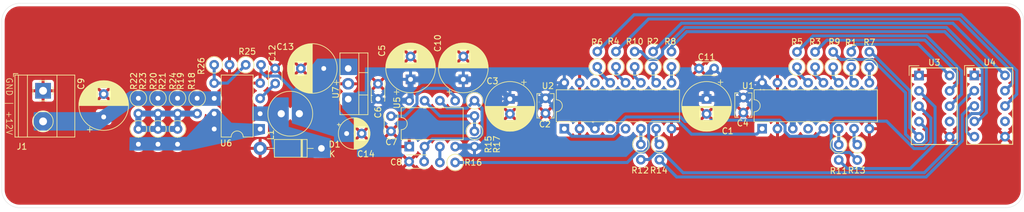
<source format=kicad_pcb>
(kicad_pcb (version 20240108) (generator "pcbnew") (generator_version "8.0")
  (layers (0 "F.Cu" signal) (31 "B.Cu" signal) (34 "B.Paste" user) (35 "F.Paste" user) (36 "B.SilkS" user "B.Silkscreen") (37 "F.SilkS" user "F.Silkscreen") (38 "B.Mask" user) (39 "F.Mask" user) (44 "Edge.Cuts" user))
  (net 0 "")
  (net 1 "GND")
  (net 2 "+5V")
  (net 3 "Net-(U5-CV)")
  (net 4 "Net-(U5-THR)")
  (net 5 "+12V")
  (net 6 "Net-(U6-TC)")
  (net 7 "10V")
  (net 8 "Net-(D1-K)")
  (net 9 "Net-(U1-a)")
  (net 10 "Net-(U3-A)")
  (net 11 "Net-(U4-A)")
  (net 12 "Net-(U2-a)")
  (net 13 "Net-(U3-B)")
  (net 14 "Net-(U1-b)")
  (net 15 "Net-(U4-B)")
  (net 16 "Net-(U2-b)")
  (net 17 "Net-(U3-C)")
  (net 18 "Net-(U1-c)")
  (net 19 "Net-(U4-C)")
  (net 20 "Net-(U2-c)")
  (net 21 "Net-(U3-D)")
  (net 22 "Net-(U1-d)")
  (net 23 "Net-(U2-d)")
  (net 24 "Net-(U4-D)")
  (net 25 "Net-(U3-E)")
  (net 26 "Net-(U1-e)")
  (net 27 "Net-(U2-e)")
  (net 28 "Net-(U4-E)")
  (net 29 "Net-(U3-F)")
  (net 30 "Net-(U1-f)")
  (net 31 "Net-(U4-F)")
  (net 32 "Net-(U2-f)")
  (net 33 "Net-(U1-g)")
  (net 34 "Net-(U3-G)")
  (net 35 "Net-(U2-g)")
  (net 36 "Net-(U4-G)")
  (net 37 "Net-(U5-DIS)")
  (net 38 "Net-(U5-Q)")
  (net 39 "Gen")
  (net 40 "Net-(R18-Pad2)")
  (net 41 "Net-(U6-DC)")
  (net 42 "Net-(U6-Vfb)")
  (net 45 "Net-(U1-CARRY_OUT)")
  (footprint "Package_TO_SOT_THT:TO-220-3_Vertical" (layer "F.Cu") (at 105.055 71.21 -90)
    (property "Reference" "U7")
    (property "Value" "LM7805_TO220")
  )
  (footprint "Resistor_THT:R_Axial_DIN0207_L6.3mm_D2.5mm_P2.54mm_Vertical" (layer "F.Cu") (at 126 81.63 -90)
    (property "Reference" "R15")
    (property "Value" "100K")
  )
  (footprint "Capacitor_THT:C_Disc_D3.8mm_W2.6mm_P2.50mm" (layer "F.Cu") (at 170.6 76.03 -90)
    (property "Reference" "C4")
    (property "Value" "0.1uF")
  )
  (footprint "Capacitor_THT:CP_Radial_D8.0mm_P3.80mm" (layer "F.Cu") (at 101 71.21 180)
    (property "Reference" "C13")
    (property "Value" "100uF")
  )
  (footprint "Resistor_THT:R_Axial_DIN0207_L6.3mm_D2.5mm_P2.54mm_Vertical" (layer "F.Cu") (at 185.5 71 90)
    (property "Reference" "R9")
    (property "Value" "330R")
  )
  (footprint "Capacitor_THT:C_Disc_D3.0mm_W2.0mm_P2.50mm" (layer "F.Cu") (at 117.655 86.65 180)
    (property "Reference" "C8")
    (property "Value" "0.1uF")
  )
  (footprint "Capacitor_THT:C_Disc_D3.0mm_W2.0mm_P2.50mm" (layer "F.Cu") (at 112.155 79.12 -90)
    (property "Reference" "C7")
    (property "Value" "0.1uF")
  )
  (footprint "Capacitor_THT:C_Disc_D3.0mm_W2.0mm_P2.50mm" (layer "F.Cu") (at 110 76.25 90)
    (property "Reference" "C6")
    (property "Value" "0.1uF")
  )
  (footprint "Resistor_THT:R_Axial_DIN0207_L6.3mm_D2.5mm_P2.54mm_Vertical" (layer "F.Cu") (at 155.64 70.945 90)
    (property "Reference" "R2")
    (property "Value" "330R")
  )
  (footprint "Resistor_THT:R_Axial_DIN0207_L6.3mm_D2.5mm_P2.54mm_Vertical" (layer "F.Cu") (at 191.5 71 90)
    (property "Reference" "R7")
    (property "Value" "330R")
  )
  (footprint "Package_DIP:DIP-8_W7.62mm" (layer "F.Cu") (at 90.45 81.25 180)
    (property "Reference" "U6")
    (property "Value" "MC34063AP")
  )
  (footprint "Capacitor_THT:CP_Radial_D8.0mm_P3.80mm" (layer "F.Cu") (at 64.5 79.252651 90)
    (property "Reference" "C9")
    (property "Value" "100uF")
  )
  (footprint "Capacitor_THT:C_Disc_D3.0mm_W2.0mm_P2.50mm" (layer "F.Cu") (at 165.75 71.21 180)
    (property "Reference" "C11")
    (property "Value" "0.1uF")
  )
  (footprint "HW13-LIB:3161AS" (layer "F.Cu") (at 199.7325 72.3825)
    (property "Reference" "U3")
    (property "Value" "3161AS")
  )
  (footprint "Resistor_THT:R_Axial_DIN0207_L6.3mm_D2.5mm_P2.54mm_Vertical" (layer "F.Cu") (at 179.5 71 90)
    (property "Reference" "R5")
    (property "Value" "330R")
  )
  (footprint "Capacitor_THT:CP_Radial_D8.0mm_P3.80mm" (layer "F.Cu") (at 115.4 73.012651 90)
    (property "Reference" "C5")
    (property "Value" "100uF")
  )
  (footprint "Capacitor_THT:C_Disc_D3.8mm_W2.6mm_P2.50mm" (layer "F.Cu") (at 137.78 76.15 -90)
    (property "Reference" "C2")
    (property "Value" "0.1uF")
  )
  (footprint "Resistor_THT:R_Axial_DIN0207_L6.3mm_D2.5mm_P2.54mm_Vertical" (layer "F.Cu") (at 152.575 70.945 90)
    (property "Reference" "R10")
    (property "Value" "330R")
  )
  (footprint "Resistor_THT:R_Axial_DIN0207_L6.3mm_D2.5mm_P2.54mm_Vertical" (layer "F.Cu") (at 80 76.155 -90)
    (property "Reference" "R18")
    (property "Value" "1R")
  )
  (footprint "Capacitor_THT:CP_Radial_D5.0mm_P2.50mm" (layer "F.Cu") (at 104.794888 82)
    (property "Reference" "C14")
    (property "Value" "0.47uF")
  )
  (footprint "Resistor_THT:R_Axial_DIN0207_L6.3mm_D2.5mm_P2.54mm_Vertical" (layer "F.Cu") (at 88.055 70.6)
    (property "Reference" "R25")
    (property "Value" "910k")
  )
  (footprint "Resistor_THT:R_Axial_DIN0207_L6.3mm_D2.5mm_P2.54mm_Vertical" (layer "F.Cu") (at 70.25 76.155 -90)
    (property "Reference" "R23")
    (property "Value" "1R")
  )
  (footprint "Resistor_THT:R_Axial_DIN0207_L6.3mm_D2.5mm_P2.54mm_Vertical" (layer "F.Cu") (at 182.5 71 90)
    (property "Reference" "R3")
    (property "Value" "330R")
  )
  (footprint "Resistor_THT:R_Axial_DIN0207_L6.3mm_D2.5mm_P2.54mm_Vertical" (layer "F.Cu") (at 82.83 70.6)
    (property "Reference" "R26")
    (property "Value" "133k")
  )
  (footprint "TerminalBlock_Phoenix:TerminalBlock_Phoenix_MKDS-1,5-2-5.08_1x02_P5.08mm_Horizontal" (layer "F.Cu") (at 54.445 74.905 -90)
    (property "Reference" "J1")
    (property "Value" "Vin")
  )
  (footprint "Resistor_THT:R_Axial_DIN0207_L6.3mm_D2.5mm_P2.54mm_Vertical" (layer "F.Cu") (at 156.675 83.8 -90)
    (property "Reference" "R14")
    (property "Value" "330R")
  )
  (footprint "Resistor_THT:R_Axial_DIN0207_L6.3mm_D2.5mm_P2.54mm_Vertical" (layer "F.Cu") (at 73.5 76.155 -90)
    (property "Reference" "R21")
    (property "Value" "1R")
  )
  (footprint "Capacitor_THT:C_Disc_D3.0mm_W2.0mm_P2.50mm" (layer "F.Cu") (at 92.95 73.71 90)
    (property "Reference" "C12")
    (property "Value" "3.3nF")
  )
  (footprint "Resistor_THT:R_Axial_DIN0207_L6.3mm_D2.5mm_P2.54mm_Vertical" (layer "F.Cu") (at 76.75 81.235 -90)
    (property "Reference" "R24")
    (property "Value" "1R")
  )
  (footprint "Resistor_THT:R_Axial_DIN0207_L6.3mm_D2.5mm_P2.54mm_Vertical" (layer "F.Cu") (at 153.6 83.8 -90)
    (property "Reference" "R12")
    (property "Value" "330R")
  )
  (footprint "Package_DIP:DIP-16_W7.62mm" (layer "F.Cu") (at 140.9 81.2 90)
    (property "Reference" "U2")
    (property "Value" "CD4026B")
  )
  (footprint "Inductor_THT:L_Radial_D7.2mm_P3.00mm_Murata_1700" (layer "F.Cu") (at 93.95 78.71)
    (property "Reference" "L1")
    (property "Value" "660uH")
  )
  (footprint "Package_DIP:DIP-16_W7.62mm" (layer "F.Cu") (at 173.72 81.2 90)
    (property "Reference" "U1")
    (property "Value" "CD4026B")
  )
  (footprint "Resistor_THT:R_Axial_DIN0207_L6.3mm_D2.5mm_P2.54mm_Vertical" (layer "F.Cu") (at 189.5 83.85 -90)
    (property "Reference" "R13")
    (property "Value" "330R")
  )
  (footprint "Capacitor_THT:CP_Radial_D8.0mm_P2.50mm" (layer "F.Cu") (at 164.5 76.247349 -90)
    (property "Reference" "C1")
    (property "Value" "10uF")
  )
  (footprint "Resistor_THT:R_Axial_DIN0207_L6.3mm_D2.5mm_P2.54mm_Vertical" (layer "F.Cu") (at 70.25 81.235 -90)
    (property "Reference" "R22")
    (property "Value" "1R")
  )
  (footprint "Resistor_THT:R_Axial_DIN0207_L6.3mm_D2.5mm_P2.54mm_Vertical" (layer "F.Cu") (at 146.375 70.945 90)
    (property "Reference" "R6")
    (property "Value" "330R")
  )
  (footprint "Resistor_THT:R_Axial_DIN0207_L6.3mm_D2.5mm_P2.54mm_Vertical" (layer "F.Cu") (at 158.675 70.945 90)
    (property "Reference" "R8")
    (property "Value" "330R")
  )
  (footprint "Resistor_THT:R_Axial_DIN0207_L6.3mm_D2.5mm_P2.54mm_Vertical" (layer "F.Cu") (at 126.005 76.55 -90)
    (property "Reference" "R17")
    (property "Value" "1M")
  )
  (footprint "Resistor_THT:R_Axial_DIN0207_L6.3mm_D2.5mm_P2.54mm_Vertical" (layer "F.Cu") (at 76.75 76.155 -90)
    (property "Reference" "R19")
    (property "Value" "1R")
  )
  (footprint "Resistor_THT:R_Axial_DIN0207_L6.3mm_D2.5mm_P2.54mm_Vertical" (layer "F.Cu") (at 149.475 70.945 90)
    (property "Reference" "R4")
    (property "Value" "330R")
  )
  (footprint "Capacitor_THT:CP_Radial_D8.0mm_P3.80mm" (layer "F.Cu") (at 124.15 73.012651 90)
    (property "Reference" "C10")
    (property "Value" "220uF")
  )
  (footprint "Resistor_THT:R_Axial_DIN0207_L6.3mm_D2.5mm_P2.54mm_Vertical" (layer "F.Cu") (at 188.5 71 90)
    (property "Reference" "R1")
    (property "Value" "330R")
  )
  (footprint "Diode_THT:D_DO-41_SOD81_P10.16mm_Horizontal" (layer "F.Cu") (at 100.61 84.46 180)
    (property "Reference" "D1")
    (property "Value" "1N5819")
  )
  (footprint "Resistor_THT:R_Axial_DIN0207_L6.3mm_D2.5mm_P2.54mm_Vertical" (layer "F.Cu") (at 73.5 81.235 -90)
    (property "Reference" "R20")
    (property "Value" "1R")
  )
  (footprint "Capacitor_THT:CP_Radial_D8.0mm_P2.50mm" (layer "F.Cu") (at 131.88 76.247349 -90)
    (property "Reference" "C3")
    (property "Value" "10uF")
  )
  (footprint "Resistor_THT:R_Axial_DIN0207_L6.3mm_D2.5mm_P2.54mm_Vertical" (layer "F.Cu") (at 122.8 86.8 180)
    (property "Reference" "R16")
    (property "Value" "1k")
  )
  (footprint "Package_DIP:DIP-8_W7.62mm" (layer "F.Cu") (at 115.18 84.17 90)
    (property "Reference" "U5")
    (property "Value" "NE555P")
  )
  (footprint "HW13-LIB:3161AS" (layer "F.Cu") (at 208.92 72.36)
    (property "Reference" "U4")
    (property "Value" "3161AS")
  )
  (footprint "Resistor_THT:R_Axial_DIN0207_L6.3mm_D2.5mm_P2.54mm_Vertical" (layer "F.Cu") (at 186.42 83.85 -90)
    (property "Reference" "R11")
    (property "Value" "330R")
  )
  (gr_line (start 50.575 60.4) (end 214.125 60.4) (stroke (width 0.05)) (layer "Edge.Cuts"))
  (gr_line (start 217.125 63.4) (end 217.125 91.3) (stroke (width 0.05)) (layer "Edge.Cuts"))
  (gr_arc (start 47.575 63.4) (mid 48.45368 61.27868) (end 50.575 60.4) (stroke (width 0.05)) (layer "Edge.Cuts"))
  (gr_line (start 214.125 94.3) (end 50.575 94.3) (stroke (width 0.05)) (layer "Edge.Cuts"))
  (gr_arc (start 214.125 60.4) (mid 216.24632 61.27868) (end 217.125 63.4) (stroke (width 0.05)) (layer "Edge.Cuts"))
  (gr_arc (start 217.125 91.3) (mid 216.24632 93.42132) (end 214.125 94.3) (stroke (width 0.05)) (layer "Edge.Cuts"))
  (gr_arc (start 50.575 94.3) (mid 48.45368 93.42132) (end 47.575 91.3) (stroke (width 0.05)) (layer "Edge.Cuts"))
  (gr_line (start 47.575 91.3) (end 47.575 63.4) (stroke (width 0.05)) (layer "Edge.Cuts"))
  (gr_text "GND | +12V" (at 48.25 72.638095 -90) (layer "F.SilkS") (effects (font (size 1 1) (thickness 0.1)) (justify left bottom)))
  (segment (start 164.5 76.247349) (end 164.5 72.46) (width 1) (layer "B.Cu") (net 2))
  (segment (start 130.38 77.747349) (end 131.88 76.247349) (width 1) (layer "B.Cu") (net 2))
  (segment (start 140.9 73.58) (end 140.9 76.2) (width 1) (layer "B.Cu") (net 2))
  (segment (start 124.15 73.012651) (end 128.645302 73.012651) (width 1) (layer "B.Cu") (net 2))
  (segment (start 173.72 73.62) (end 178.8 78.7) (width 1) (layer "B.Cu") (net 2))
  (segment (start 105.095 76.25) (end 105.055 76.29) (width 1) (layer "B.Cu") (net 2))
  (segment (start 170.382651 76.247349) (end 170.6 76.03) (width 1) (layer "B.Cu") (net 2))
  (segment (start 115.4 76.33) (end 115.18 76.55) (width 1) (layer "B.Cu") (net 2))
  (segment (start 145.98 80.92) (end 150.652651 76.247349) (width 1) (layer "B.Cu") (net 2))
  (segment (start 173.72 73.58) (end 173.72 73.62) (width 1) (layer "B.Cu") (net 2))
  (segment (start 115.4 73.012651) (end 115.4 76.33) (width 1) (layer "B.Cu") (net 2))
  (segment (start 164.5 72.46) (end 165.75 71.21) (width 1) (layer "B.Cu") (net 2))
  (segment (start 138.33 76.15) (end 140.9 73.58) (width 1) (layer "B.Cu") (net 2))
  (segment (start 140.9 76.2) (end 145.9 81.2) (width 1) (layer "B.Cu") (net 2))
  (segment (start 115.18 76.55) (end 110.3 76.55) (width 1) (layer "B.Cu") (net 2))
  (segment (start 126 84.17) (end 127.13137 84.17) (width 1) (layer "B.Cu") (net 2))
  (segment (start 137.78 76.15) (end 138.33 76.15) (width 1) (layer "B.Cu") (net 2))
  (segment (start 145.9 81.2) (end 145.98 81.2) (width 1) (layer "B.Cu") (net 2))
  (segment (start 130.38 80.92137) (end 130.38 77.747349) (width 1) (layer "B.Cu") (net 2))
  (segment (start 131.88 76.247349) (end 137.682651 76.247349) (width 1) (layer "B.Cu") (net 2))
  (segment (start 137.682651 76.247349) (end 137.78 76.15) (width 1) (layer "B.Cu") (net 2))
  (segment (start 171.27 76.03) (end 173.72 73.58) (width 1) (layer "B.Cu") (net 2))
  (segment (start 127.13137 84.17) (end 130.38 80.92137) (width 1) (layer "B.Cu") (net 2))
  (segment (start 178.8 78.7) (end 178.8 81.2) (width 1) (layer "B.Cu") (net 2))
  (segment (start 124.15 73.012651) (end 115.4 73.012651) (width 1) (layer "B.Cu") (net 2))
  (segment (start 150.652651 76.247349) (end 164.5 76.247349) (width 1) (layer "B.Cu") (net 2))
  (segment (start 145.98 81.2) (end 145.98 80.92) (width 1) (layer "B.Cu") (net 2))
  (segment (start 110 76.25) (end 105.095 76.25) (width 1) (layer "B.Cu") (net 2))
  (segment (start 128.645302 73.012651) (end 131.88 76.247349) (width 1) (layer "B.Cu") (net 2))
  (segment (start 110.3 76.55) (end 110 76.25) (width 1) (layer "B.Cu") (net 2))
  (segment (start 164.5 76.247349) (end 170.382651 76.247349) (width 1) (layer "B.Cu") (net 2))
  (segment (start 122.8 84.17) (end 126 84.17) (width 1) (layer "B.Cu") (net 2))
  (segment (start 170.6 76.03) (end 171.27 76.03) (width 1) (layer "B.Cu") (net 2))
  (segment (start 117.5 74.5) (end 121.4 74.5) (width 0.5) (layer "B.Cu") (net 3))
  (segment (start 114.417767 79.12) (end 116.47 77.067767) (width 0.5) (layer "B.Cu") (net 3))
  (segment (start 116.47 75.53) (end 117.5 74.5) (width 0.5) (layer "B.Cu") (net 3))
  (segment (start 121.4 74.5) (end 122.8 75.9) (width 0.5) (layer "B.Cu") (net 3))
  (segment (start 122.8 75.9) (end 122.8 76.55) (width 0.5) (layer "B.Cu") (net 3))
  (segment (start 112.155 79.12) (end 114.417767 79.12) (width 0.5) (layer "B.Cu") (net 3))
  (segment (start 116.47 77.067767) (end 116.47 75.53) (width 0.5) (layer "B.Cu") (net 3))
  (segment (start 126.52 82.88) (end 127.255 82.145) (width 0.5) (layer "B.Cu") (net 4))
  (segment (start 119.01 82.88) (end 126.52 82.88) (width 0.5) (layer "B.Cu") (net 4))
  (segment (start 117.655 86.65) (end 117.655 84.235) (width 0.5) (layer "B.Cu") (net 4))
  (segment (start 126.005 76.55) (end 124.755 77.8) (width 0.5) (layer "B.Cu") (net 4))
  (segment (start 117.655 84.235) (end 117.72 84.17) (width 0.5) (layer "B.Cu") (net 4))
  (segment (start 117.72 84.17) (end 119.01 82.88) (width 0.5) (layer "B.Cu") (net 4))
  (segment (start 124.755 77.8) (end 121.51 77.8) (width 0.5) (layer "B.Cu") (net 4))
  (segment (start 127.255 77.8) (end 126.005 76.55) (width 0.5) (layer "B.Cu") (net 4))
  (segment (start 127.255 82.145) (end 127.255 77.8) (width 0.5) (layer "B.Cu") (net 4))
  (segment (start 121.51 77.8) (end 120.26 76.55) (width 0.5) (layer "B.Cu") (net 4))
  (segment (start 70.25 76.155) (end 80 76.155) (width 1) (layer "B.Cu") (net 5))
  (segment (start 65.547349 79.252651) (end 68.645 76.155) (width 1) (layer "B.Cu") (net 5))
  (segment (start 82.815 76.155) (end 82.83 76.17) (width 1) (layer "B.Cu") (net 5))
  (segment (start 64.5 79.252651) (end 64.047349 79.252651) (width 1) (layer "B.Cu") (net 5))
  (segment (start 64.5 79.252651) (end 65.547349 79.252651) (width 1) (layer "B.Cu") (net 5))
  (segment (start 68.645 76.155) (end 70.25 76.155) (width 1) (layer "B.Cu") (net 5))
  (segment (start 80 76.155) (end 82.815 76.155) (width 1) (layer "B.Cu") (net 5))
  (segment (start 64.047349 79.252651) (end 63.315 79.985) (width 1) (layer "B.Cu") (net 5))
  (segment (start 63.315 79.985) (end 54.445 79.985) (width 1) (layer "B.Cu") (net 5))
  (segment (start 90.45 76.17) (end 90.49 76.17) (width 0.5) (layer "B.Cu") (net 6))
  (segment (start 90.49 76.17) (end 92.95 73.71) (width 0.5) (layer "B.Cu") (net 6))
  (segment (start 91.32363 72.46) (end 93.56 72.46) (width 0.5) (layer "B.Cu") (net 7))
  (segment (start 104.794888 81.009888) (end 104.794888 82) (width 1) (layer "B.Cu") (net 7))
  (segment (start 105.055 71.21) (end 101 71.21) (width 1) (layer "B.Cu") (net 7))
  (segment (start 96.95 75.85) (end 96.95 78.71) (width 0.5) (layer "B.Cu") (net 7))
  (segment (start 98.445 77.215) (end 96.95 78.71) (width 1) (layer "B.Cu") (net 7))
  (segment (start 93.56 72.46) (end 96.95 75.85) (width 0.5) (layer "B.Cu") (net 7))
  (segment (start 101 77.215) (end 104.794888 81.009888) (width 1) (layer "B.Cu") (net 7))
  (segment (start 101 71.21) (end 101 77.215) (width 1) (layer "B.Cu") (net 7))
  (segment (start 101 77.215) (end 98.445 77.215) (width 1) (layer "B.Cu") (net 7))
  (segment (start 90.595 71.73137) (end 91.32363 72.46) (width 0.5) (layer "B.Cu") (net 7))
  (segment (start 90.595 70.6) (end 90.595 71.73137) (width 0.5) (layer "B.Cu") (net 7))
  (segment (start 93.95 78.71) (end 90.45 78.71) (width 1) (layer "B.Cu") (net 8))
  (segment (start 96.9 84.5) (end 96.94 84.46) (width 1) (layer "B.Cu") (net 8))
  (segment (start 93.95 78.71) (end 93.95 81.55) (width 1) (layer "B.Cu") (net 8))
  (segment (start 96.94 84.46) (end 100.61 84.46) (width 1) (layer "B.Cu") (net 8))
  (segment (start 93.95 81.55) (end 96.9 84.5) (width 1) (layer "B.Cu") (net 8))
  (segment (start 188.5 71) (end 188.5 73.12) (width 0.5) (layer "B.Cu") (net 9))
  (segment (start 188.5 73.12) (end 188.96 73.58) (width 0.5) (layer "B.Cu") (net 9))
  (segment (start 199.63 67.2) (end 204.8125 72.3825) (width 0.5) (layer "B.Cu") (net 10))
  (segment (start 189.3 67.2) (end 199.63 67.2) (width 0.5) (layer "B.Cu") (net 10))
  (segment (start 188.5 68) (end 189.3 67.2) (width 0.5) (layer "B.Cu") (net 10))
  (segment (start 188.5 68.46) (end 188.5 68) (width 0.5) (layer "B.Cu") (net 10))
  (segment (start 205.34 63.7) (end 160.345 63.7) (width 0.5) (layer "B.Cu") (net 11))
  (segment (start 214 72.36) (end 205.34 63.7) (width 0.5) (layer "B.Cu") (net 11))
  (segment (start 160.345 63.7) (end 155.64 68.405) (width 0.5) (layer "B.Cu") (net 11))
  (segment (start 155.64 70.945) (end 155.64 73.08) (width 0.5) (layer "B.Cu") (net 12))
  (segment (start 155.64 73.08) (end 156.14 73.58) (width 0.5) (layer "B.Cu") (net 12))
  (segment (start 184.46 66.5) (end 200.697767 66.5) (width 0.5) (layer "B.Cu") (net 13))
  (segment (start 200.697767 66.5) (end 206.1 71.902233) (width 0.5) (layer "B.Cu") (net 13))
  (segment (start 182.5 68.46) (end 184.46 66.5) (width 0.5) (layer "B.Cu") (net 13))
  (segment (start 206.1 73.635) (end 204.8125 74.9225) (width 0.5) (layer "B.Cu") (net 13))
  (segment (start 206.1 71.902233) (end 206.1 73.635) (width 0.5) (layer "B.Cu") (net 13))
  (segment (start 182.5 72.2) (end 183.88 73.58) (width 0.5) (layer "B.Cu") (net 14))
  (segment (start 182.5 71) (end 182.5 72.2) (width 0.5) (layer "B.Cu") (net 14))
  (segment (start 215.25 73.65) (end 215.25 71.842233) (width 0.5) (layer "B.Cu") (net 15))
  (segment (start 154.88 63) (end 149.475 68.405) (width 0.5) (layer "B.Cu") (net 15))
  (segment (start 214 74.9) (end 215.25 73.65) (width 0.5) (layer "B.Cu") (net 15))
  (segment (start 206.407767 63) (end 154.88 63) (width 0.5) (layer "B.Cu") (net 15))
  (segment (start 215.25 71.842233) (end 206.407767 63) (width 0.5) (layer "B.Cu") (net 15))
  (segment (start 149.475 71.995) (end 151.06 73.58) (width 0.5) (layer "B.Cu") (net 16))
  (segment (start 149.475 70.945) (end 149.475 71.995) (width 0.5) (layer "B.Cu") (net 16))
  (segment (start 206.8 75.475) (end 204.8125 77.4625) (width 0.5) (layer "B.Cu") (net 17))
  (segment (start 182.16 65.8) (end 200.987717 65.8) (width 0.5) (layer "B.Cu") (net 17))
  (segment (start 206.8 71.612283) (end 206.8 75.475) (width 0.5) (layer "B.Cu") (net 17))
  (segment (start 200.987717 65.8) (end 206.8 71.612283) (width 0.5) (layer "B.Cu") (net 17))
  (segment (start 179.5 68.46) (end 182.16 65.8) (width 0.5) (layer "B.Cu") (net 17))
  (segment (start 179.5 71) (end 179.5 71.74) (width 0.5) (layer "B.Cu") (net 18))
  (segment (start 179.5 71.74) (end 181.34 73.58) (width 0.5) (layer "B.Cu") (net 18))
  (segment (start 215.95 75.49) (end 215.95 71.55) (width 0.5) (layer "B.Cu") (net 19))
  (segment (start 215.95 71.55) (end 206.7 62.3) (width 0.5) (layer "B.Cu") (net 19))
  (segment (start 214 77.44) (end 215.95 75.49) (width 0.5) (layer "B.Cu") (net 19))
  (segment (start 206.7 62.3) (end 152.48 62.3) (width 0.5) (layer "B.Cu") (net 19))
  (segment (start 152.48 62.3) (end 146.375 68.405) (width 0.5) (layer "B.Cu") (net 19))
  (segment (start 146.375 71.435) (end 148.52 73.58) (width 0.5) (layer "B.Cu") (net 20))
  (segment (start 146.375 70.945) (end 146.375 71.435) (width 0.5) (layer "B.Cu") (net 20))
  (segment (start 198.2 81.01) (end 199.7325 82.5425) (width 0.5) (layer "B.Cu") (net 21))
  (segment (start 191.76 68.46) (end 198.2 74.9) (width 0.5) (layer "B.Cu") (net 21))
  (segment (start 198.2 74.9) (end 198.2 81.01) (width 0.5) (layer "B.Cu") (net 21))
  (segment (start 191.5 68.46) (end 191.76 68.46) (width 0.5) (layer "B.Cu") (net 21))
  (segment (start 191.5 71) (end 191.5 73.58) (width 0.5) (layer "B.Cu") (net 22))
  (segment (start 158.675 70.945) (end 158.675 73.575) (width 0.5) (layer "B.Cu") (net 23))
  (segment (start 158.675 73.575) (end 158.68 73.58) (width 0.5) (layer "B.Cu") (net 23))
  (segment (start 207.6 81.7) (end 207.6 79.532233) (width 0.5) (layer "B.Cu") (net 24))
  (segment (start 209.2325 82.52) (end 208.42 82.52) (width 0.5) (layer "B.Cu") (net 24))
  (segment (start 158.675 67.627183) (end 158.675 68.405) (width 0.5) (layer "B.Cu") (net 24))
  (segment (start 208.42 82.52) (end 207.6 81.7) (width 0.5) (layer "B.Cu") (net 24))
  (segment (start 210.2 78.240267) (end 210.2 71.3) (width 0.5) (layer "B.Cu") (net 24))
  (segment (start 208.442233 78.69) (end 209.750267 78.69) (width 0.5) (layer "B.Cu") (net 24))
  (segment (start 204 65.1) (end 161.202183 65.1) (width 0.5) (layer "B.Cu") (net 24))
  (segment (start 210.2 71.3) (end 204 65.1) (width 0.5) (layer "B.Cu") (net 24))
  (segment (start 209.750267 78.69) (end 210.2 78.240267) (width 0.5) (layer "B.Cu") (net 24))
  (segment (start 207.6 79.532233) (end 208.442233 78.69) (width 0.5) (layer "B.Cu") (net 24))
  (segment (start 161.202183 65.1) (end 158.675 67.627183) (width 0.5) (layer "B.Cu") (net 24))
  (segment (start 191.977767 69.71) (end 186.75 69.71) (width 0.5) (layer "B.Cu") (net 25))
  (segment (start 200.9825 83.1175) (end 200.3075 83.7925) (width 0.5) (layer "B.Cu") (net 25))
  (segment (start 200.3075 83.7925) (end 199.1925 83.7925) (width 0.5) (layer "B.Cu") (net 25))
  (segment (start 199.1925 83.7925) (end 197.5 82.1) (width 0.5) (layer "B.Cu") (net 25))
  (segment (start 199.7325 80.0025) (end 200.9825 81.2525) (width 0.5) (layer "B.Cu") (net 25))
  (segment (start 200.9825 81.2525) (end 200.9825 83.1175) (width 0.5) (layer "B.Cu") (net 25))
  (segment (start 186.75 69.71) (end 185.5 68.46) (width 0.5) (layer "B.Cu") (net 25))
  (segment (start 197.5 75.232233) (end 191.977767 69.71) (width 0.5) (layer "B.Cu") (net 25))
  (segment (start 197.5 82.1) (end 197.5 75.232233) (width 0.5) (layer "B.Cu") (net 25))
  (segment (start 185.5 71) (end 185.5 72.66) (width 0.5) (layer "B.Cu") (net 26))
  (segment (start 185.5 72.66) (end 186.42 73.58) (width 0.5) (layer "B.Cu") (net 26))
  (segment (start 152.575 72.555) (end 153.6 73.58) (width 0.5) (layer "B.Cu") (net 27))
  (segment (start 152.575 70.945) (end 152.575 72.555) (width 0.5) (layer "B.Cu") (net 27))
  (segment (start 160.912233 64.4) (end 157.2 68.112233) (width 0.5) (layer "B.Cu") (net 28))
  (segment (start 208.92 79.98) (end 209.450217 79.98) (width 0.5) (layer "B.Cu") (net 28))
  (segment (start 157.2 68.112233) (end 157.2 68.8) (width 0.5) (layer "B.Cu") (net 28))
  (segment (start 204.28995 64.4) (end 160.912233 64.4) (width 0.5) (layer "B.Cu") (net 28))
  (segment (start 210.9 71.01005) (end 204.28995 64.4) (width 0.5) (layer "B.Cu") (net 28))
  (segment (start 156.305 69.695) (end 154.895 69.695) (width 0.5) (layer "B.Cu") (net 28))
  (segment (start 154.895 69.695) (end 153.605 68.405) (width 0.5) (layer "B.Cu") (net 28))
  (segment (start 157.2 68.8) (end 156.305 69.695) (width 0.5) (layer "B.Cu") (net 28))
  (segment (start 209.450217 79.98) (end 210.9 78.530217) (width 0.5) (layer "B.Cu") (net 28))
  (segment (start 210.9 78.530217) (end 210.9 71.01005) (width 0.5) (layer "B.Cu") (net 28))
  (segment (start 153.605 68.405) (end 152.575 68.405) (width 0.5) (layer "B.Cu") (net 28))
  (segment (start 187.83 87.8) (end 198.279899 87.8) (width 0.5) (layer "B.Cu") (net 29))
  (segment (start 202.4 77.59) (end 199.7325 74.9225) (width 0.5) (layer "B.Cu") (net 29))
  (segment (start 198.279899 87.8) (end 202.4 83.679899) (width 0.5) (layer "B.Cu") (net 29))
  (segment (start 202.4 83.679899) (end 202.4 77.59) (width 0.5) (layer "B.Cu") (net 29))
  (segment (start 186.42 86.39) (end 187.83 87.8) (width 0.5) (layer "B.Cu") (net 29))
  (segment (start 186.42 81.2) (end 186.42 83.85) (width 0.5) (layer "B.Cu") (net 30))
  (segment (start 157.192767 85.09) (end 156.157233 85.09) (width 0.5) (layer "B.Cu") (net 31))
  (segment (start 206.2 77.5) (end 206.2 82.922767) (width 0.5) (layer "B.Cu") (net 31))
  (segment (start 153.64 86.3) (end 153.6 86.34) (width 0.5) (layer "B.Cu") (net 31))
  (segment (start 208.4 75.3) (end 206.2 77.5) (width 0.5) (layer "B.Cu") (net 31))
  (segment (start 208.4 74.9) (end 208.4 75.3) (width 0.5) (layer "B.Cu") (net 31))
  (segment (start 154.947233 86.3) (end 153.64 86.3) (width 0.5) (layer "B.Cu") (net 31))
  (segment (start 160.602767 88.5) (end 157.192767 85.09) (width 0.5) (layer "B.Cu") (net 31))
  (segment (start 200.622767 88.5) (end 160.602767 88.5) (width 0.5) (layer "B.Cu") (net 31))
  (segment (start 156.157233 85.09) (end 154.947233 86.3) (width 0.5) (layer "B.Cu") (net 31))
  (segment (start 206.2 82.922767) (end 200.622767 88.5) (width 0.5) (layer "B.Cu") (net 31))
  (segment (start 153.6 81.2) (end 153.6 83.8) (width 0.5) (layer "B.Cu") (net 32))
  (segment (start 188.96 81.2) (end 188.96 83.31) (width 0.5) (layer "B.Cu") (net 33))
  (segment (start 188.96 83.31) (end 189.5 83.85) (width 0.5) (layer "B.Cu") (net 33))
  (segment (start 201.7 83.389949) (end 201.7 79.43) (width 0.5) (layer "B.Cu") (net 34))
  (segment (start 201.7 79.43) (end 199.7325 77.4625) (width 0.5) (layer "B.Cu") (net 34))
  (segment (start 200.597449 84.4925) (end 201.7 83.389949) (width 0.5) (layer "B.Cu") (net 34))
  (segment (start 189.5 86.39) (end 188.25 85.14) (width 0.5) (layer "B.Cu") (net 34))
  (segment (start 185.17 84.37) (end 185.17 80.682233) (width 0.5) (layer "B.Cu") (net 34))
  (segment (start 198.90255 84.4925) (end 200.597449 84.4925) (width 0.5) (layer "B.Cu") (net 34))
  (segment (start 185.94 85.14) (end 185.17 84.37) (width 0.5) (layer "B.Cu") (net 34))
  (segment (start 185.17 80.682233) (end 185.902233 79.95) (width 0.5) (layer "B.Cu") (net 34))
  (segment (start 188.25 85.14) (end 185.94 85.14) (width 0.5) (layer "B.Cu") (net 34))
  (segment (start 185.902233 79.95) (end 194.36005 79.95) (width 0.5) (layer "B.Cu") (net 34))
  (segment (start 194.36005 79.95) (end 198.90255 84.4925) (width 0.5) (layer "B.Cu") (net 34))
  (segment (start 156.14 81.2) (end 156.14 83.265) (width 0.5) (layer "B.Cu") (net 35))
  (segment (start 156.14 83.265) (end 156.675 83.8) (width 0.5) (layer "B.Cu") (net 35))
  (segment (start 206.9 83.212717) (end 206.9 78.9) (width 0.5) (layer "B.Cu") (net 36))
  (segment (start 200.912717 89.2) (end 206.9 83.212717) (width 0.5) (layer "B.Cu") (net 36))
  (segment (start 206.9 78.9) (end 208.36 77.44) (width 0.5) (layer "B.Cu") (net 36))
  (segment (start 208.36 77.44) (end 208.92 77.44) (width 0.5) (layer "B.Cu") (net 36))
  (segment (start 156.675 86.34) (end 159.535 89.2) (width 0.5) (layer "B.Cu") (net 36))
  (segment (start 159.535 89.2) (end 200.912717 89.2) (width 0.5) (layer "B.Cu") (net 36))
  (segment (start 126.005 79.09) (end 126.005 81.625) (width 0.5) (layer "B.Cu") (net 37))
  (segment (start 117.72 76.55) (end 120.26 79.09) (width 0.5) (layer "B.Cu") (net 37))
  (segment (start 120.26 79.09) (end 126.005 79.09) (width 0.5) (layer "B.Cu") (net 37))
  (segment (start 126.005 81.625) (end 126 81.63) (width 0.5) (layer "B.Cu") (net 37))
  (segment (start 120.26 84.17) (end 120.26 86.8) (width 0.5) (layer "B.Cu") (net 38))
  (segment (start 122.8 86.8) (end 151.332233 86.8) (width 0.5) (layer "B.Cu") (net 39))
  (segment (start 159.85 79.95) (end 162 82.1) (width 0.5) (layer "B.Cu") (net 39))
  (segment (start 154.117767 85.05) (end 154.89 84.277767) (width 0.5) (layer "B.Cu") (net 39))
  (segment (start 155.55 79.95) (end 159.85 79.95) (width 0.5) (layer "B.Cu") (net 39))
  (segment (start 153.082233 85.05) (end 154.117767 85.05) (width 0.5) (layer "B.Cu") (net 39))
  (segment (start 172.82 82.1) (end 173.72 81.2) (width 0.5) (layer "B.Cu") (net 39))
  (segment (start 151.332233 86.8) (end 153.082233 85.05) (width 0.5) (layer "B.Cu") (net 39))
  (segment (start 154.89 80.61) (end 155.55 79.95) (width 0.5) (layer "B.Cu") (net 39))
  (segment (start 154.89 84.277767) (end 154.89 80.61) (width 0.5) (layer "B.Cu") (net 39))
  (segment (start 162 82.1) (end 172.82 82.1) (width 0.5) (layer "B.Cu") (net 39))
  (segment (start 70.25 78.695) (end 70.25 81.235) (width 1) (layer "B.Cu") (net 40))
  (segment (start 76.75 81.235) (end 76.75 78.695) (width 1) (layer "B.Cu") (net 40))
  (segment (start 70.25 81.235) (end 76.75 81.235) (width 1) (layer "B.Cu") (net 40))
  (segment (start 80 78.695) (end 70.25 78.695) (width 1) (layer "B.Cu") (net 40))
  (segment (start 73.5 81.235) (end 73.5 78.695) (width 1) (layer "B.Cu") (net 40))
  (segment (start 82.83 81.25) (end 82.83 78.71) (width 1) (layer "B.Cu") (net 41))
  (segment (start 78.725 83.775) (end 70.25 83.775) (width 1) (layer "B.Cu") (net 41))
  (segment (start 82.83 81.25) (end 81.25 81.25) (width 1) (layer "B.Cu") (net 41))
  (segment (start 81.25 81.25) (end 78.725 83.775) (width 1) (layer "B.Cu") (net 41))
  (segment (start 82.83 81.25) (end 90.45 81.25) (width 1) (layer "B.Cu") (net 41))
  (segment (start 82.83 70.6) (end 82.83 73.63) (width 0.5) (layer "B.Cu") (net 42))
  (segment (start 85.025 73.63) (end 88.055 70.6) (width 0.5) (layer "B.Cu") (net 42))
  (segment (start 82.83 73.63) (end 85.025 73.63) (width 0.5) (layer "B.Cu") (net 42))
  (segment (start 149.037767 82.45) (end 142.15 82.45) (width 0.5) (layer "B.Cu") (net 45))
  (segment (start 165.235116 79.78) (end 165.017767 79.997349) (width 0.5) (layer "B.Cu") (net 45))
  (segment (start 183.88 81.2) (end 182.63 82.45) (width 0.5) (layer "B.Cu") (net 45))
  (segment (start 149.77 81.717767) (end 149.037767 82.45) (width 0.5) (layer "B.Cu") (net 45))
  (segment (start 165.017767 79.997349) (end 160.897349 79.997349) (width 0.5) (layer "B.Cu") (net 45))
  (segment (start 178.282233 82.45) (end 177.51 81.677767) (width 0.5) (layer "B.Cu") (net 45))
  (segment (start 177.51 81.677767) (end 177.51 80.682233) (width 0.5) (layer "B.Cu") (net 45))
  (segment (start 160.897349 79.997349) (end 160.15 79.25) (width 0.5) (layer "B.Cu") (net 45))
  (segment (start 149.77 80.63) (end 149.77 81.717767) (width 0.5) (layer "B.Cu") (net 45))
  (segment (start 142.15 82.45) (end 140.9 81.2) (width 0.5) (layer "B.Cu") (net 45))
  (segment (start 177.51 80.682233) (end 176.607767 79.78) (width 0.5) (layer "B.Cu") (net 45))
  (segment (start 160.15 79.25) (end 151.15 79.25) (width 0.5) (layer "B.Cu") (net 45))
  (segment (start 182.63 82.45) (end 178.282233 82.45) (width 0.5) (layer "B.Cu") (net 45))
  (segment (start 151.15 79.25) (end 149.77 80.63) (width 0.5) (layer "B.Cu") (net 45))
  (segment (start 176.607767 79.78) (end 165.235116 79.78) (width 0.5) (layer "B.Cu") (net 45))
  (zone (net 1) (net_name "GND") (layer "F.Cu") (connect_pads (clearance 0.5)) (min_thickness 0.25) (fill yes (thermal_gap 0.5) (thermal_bridge_width 0.5))
    (polygon (pts (xy 47.3 59.85) (xy 217.125 60.025) (xy 217.125 95.025) (xy 47.3 94.85)))
  )
  (zone (net 7) (net_name "10V") (layer "B.Cu") (priority 3) (connect_pads yes (clearance 0.5)) (min_thickness 0.25) (fill yes (thermal_gap 0.5) (thermal_bridge_width 0.5))
    (polygon (pts (xy 106.2 83.4) (xy 102.7 83.4) (xy 102.7 82.5) (xy 95.7 80.3) (xy 95.7 75.1) (xy 99.9 69.575) (xy 106.6 69.575) (xy 106.6 72.3) (xy 103.55 72.3) (xy 103.525 78.075) (xy 106.2 80.8)))
  )
  (zone (net 8) (net_name "Net-(D1-K)") (layer "B.Cu") (priority 2) (connect_pads yes (clearance 0.5)) (min_thickness 0.25) (fill yes (thermal_gap 0.5) (thermal_bridge_width 0.5))
    (polygon (pts (xy 102.2 86.06) (xy 92.81 85.93) (xy 91.7 80.2) (xy 89.1 79.9) (xy 89.1 77.5) (xy 91.8 77.5) (xy 92.8 76) (xy 95.2 76) (xy 95.2 80.9) (xy 102.2 82.86)))
  )
  (zone (net 5) (net_name "+12V") (layer "B.Cu") (priority 5) (connect_pads yes (clearance 0.5)) (min_thickness 0.25) (fill yes (thermal_gap 0.5) (thermal_bridge_width 0.5))
    (polygon (pts (xy 83.9 77.4) (xy 69.5 77.4) (xy 63.725 81.525) (xy 52.885 81.5) (xy 52.885 78.45) (xy 63.725 78.45) (xy 68.85 74.955) (xy 83.9 75)))
  )
  (zone (net 2) (net_name "+5V") (layer "B.Cu") (priority 6) (connect_pads yes (clearance 0.5)) (min_thickness 0.25) (fill yes (thermal_gap 0.5) (thermal_bridge_width 0.5))
    (polygon (pts (xy 106.525 75.2) (xy 104.075 75.2) (xy 104.05 77.75) (xy 106.524888 80.362)))
  )
  (zone (net 41) (net_name "Net-(U6-DC)") (layer "B.Cu") (priority 4) (connect_pads yes (clearance 0.5)) (min_thickness 0.25) (fill yes (thermal_gap 0.5) (thermal_bridge_width 0.5))
    (polygon (pts (xy 91.25 80.45) (xy 85.7 80.2) (xy 83.4 77.9) (xy 82.5 77.9) (xy 78.25 82.55) (xy 68.8 82.6) (xy 68.75 84.825) (xy 78.7 84.8) (xy 91.25 82.05)))
  )
  (zone (net 2) (net_name "+5V") (layer "B.Cu") (priority 1) (connect_pads (clearance 0.5)) (min_thickness 0.25) (fill yes (thermal_gap 0.5) (thermal_bridge_width 0.5))
    (polygon (pts (xy 192.87 71) (xy 192.875 85.875) (xy 106.5 85.875) (xy 106.5 80.5) (xy 106.5 78) (xy 106.5 75) (xy 107.8 75) (xy 107.825 71.02)))
  )
)
</source>
